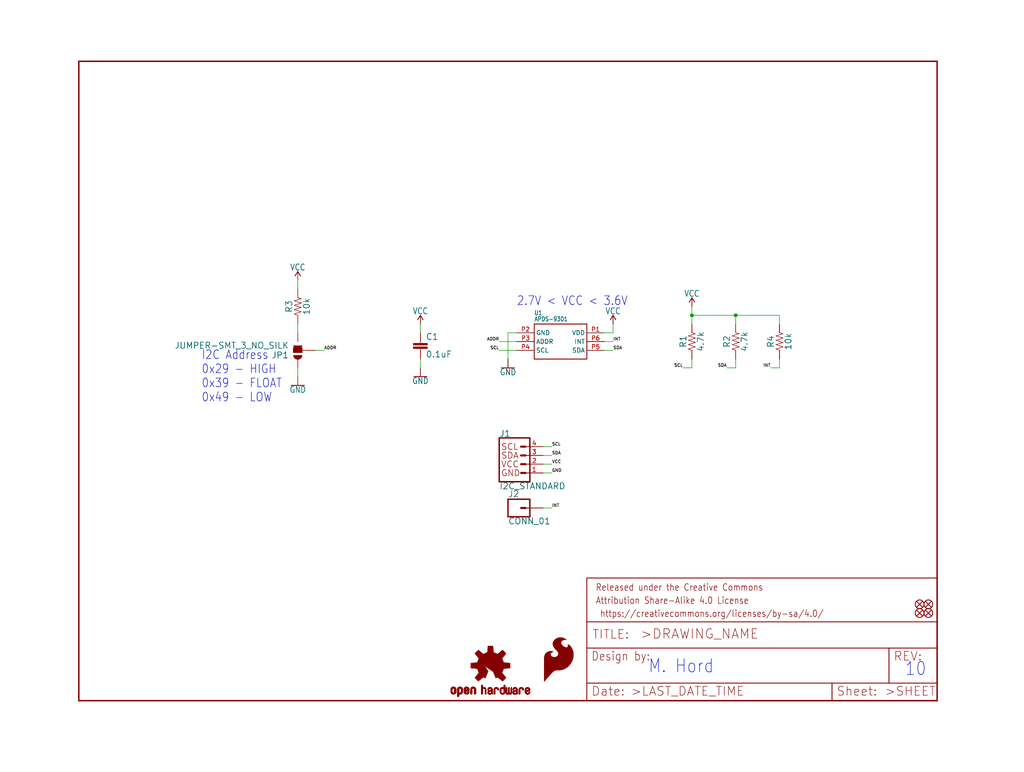
<source format=kicad_sch>
(kicad_sch (version 20211123) (generator eeschema)
  (paper "User" 297.002 223.926)
  (lib_symbols
    (symbol "eagleSchem-eagle-import:0.1UF-0603-25V-5%"
      (property "Reference" "C" (at 1.524 2.921 0))
      (property "Value" "0.1UF-0603-25V-5%" (at 1.524 -2.159 0))
      (symbol "0.1UF-0603-25V-5%_1_0"
        (pin passive line (at 0 5.08 270) (length 2.54) (name "1") (number "1"))
        (pin passive line (at 0 -2.54 90) (length 2.54) (name "2") (number "2"))
      )
    )
    (symbol "eagleSchem-eagle-import:10KOHM-0603-1{slash}10W-1%"
      (property "Reference" "R" (at 0 1.524 0))
      (property "Value" "10KOHM-0603-1{slash}10W-1%" (at 0 -1.524 0))
      (symbol "10KOHM-0603-1{slash}10W-1%_1_0"
        (pin passive line (at -5.08 0 0) (length 2.54) (name "1") (number "1"))
        (pin passive line (at 5.08 0 180) (length 2.54) (name "2") (number "2"))
      )
    )
    (symbol "eagleSchem-eagle-import:4.7KOHM-0603-1{slash}10W-1%"
      (property "Reference" "R" (at 0 1.524 0))
      (property "Value" "4.7KOHM-0603-1{slash}10W-1%" (at 0 -1.524 0))
      (symbol "4.7KOHM-0603-1{slash}10W-1%_1_0"
        (pin passive line (at -5.08 0 0) (length 2.54) (name "1") (number "1"))
        (pin passive line (at 5.08 0 180) (length 2.54) (name "2") (number "2"))
      )
    )
    (symbol "eagleSchem-eagle-import:APDS-9301"
      (property "Reference" "U" (at -7.62 7.62 0))
      (property "Value" "APDS-9301" (at -7.62 5.842 0))
      (symbol "APDS-9301_1_0"
        (pin bidirectional line (at 12.7 2.54 180) (length 5.08) (name "VDD") (number "P1"))
        (pin bidirectional line (at -12.7 2.54 0) (length 5.08) (name "GND") (number "P2"))
        (pin bidirectional line (at -12.7 0 0) (length 5.08) (name "ADDR") (number "P3"))
        (pin bidirectional line (at -12.7 -2.54 0) (length 5.08) (name "SCL") (number "P4"))
        (pin bidirectional line (at 12.7 -2.54 180) (length 5.08) (name "SDA") (number "P5"))
        (pin bidirectional line (at 12.7 0 180) (length 5.08) (name "INT") (number "P6"))
      )
    )
    (symbol "eagleSchem-eagle-import:CONN_01"
      (property "Reference" "J" (at -2.54 3.048 0))
      (property "Value" "CONN_01" (at -2.54 -4.826 0))
      (symbol "CONN_01_1_0"
        (pin passive line (at 7.62 0 180) (length 5.08) (name "1") (number "1"))
      )
    )
    (symbol "eagleSchem-eagle-import:FIDUCIALUFIDUCIAL")
    (symbol "eagleSchem-eagle-import:FRAME-LETTER"
      (symbol "FRAME-LETTER_2_0"
        (text " https://creativecommons.org/licenses/by-sa/4.0/" (at 2.54 24.13 0) (effects (font (size 1.9304 1.6408)) (justify left bottom)))
        (text ">DRAWING_NAME" (at 15.494 17.78 0) (effects (font (size 2.7432 2.7432)) (justify left bottom)))
        (text ">LAST_DATE_TIME" (at 12.7 1.27 0) (effects (font (size 2.54 2.54)) (justify left bottom)))
        (text ">SHEET" (at 86.36 1.27 0) (effects (font (size 2.54 2.54)) (justify left bottom)))
        (text "Attribution Share-Alike 4.0 License" (at 2.54 27.94 0) (effects (font (size 1.9304 1.6408)) (justify left bottom)))
        (text "Date:" (at 1.27 1.27 0) (effects (font (size 2.54 2.54)) (justify left bottom)))
        (text "Design by:" (at 1.27 11.43 0) (effects (font (size 2.54 2.159)) (justify left bottom)))
        (text "Released under the Creative Commons" (at 2.54 31.75 0) (effects (font (size 1.9304 1.6408)) (justify left bottom)))
        (text "REV:" (at 88.9 11.43 0) (effects (font (size 2.54 2.54)) (justify left bottom)))
        (text "Sheet:" (at 72.39 1.27 0) (effects (font (size 2.54 2.54)) (justify left bottom)))
        (text "TITLE:" (at 1.524 17.78 0) (effects (font (size 2.54 2.54)) (justify left bottom)))
      )
    )
    (symbol "eagleSchem-eagle-import:GND" (power)
      (property "Value" "GND" (at 0 -0.254 0))
      (symbol "GND_1_0"
        (pin power_in line (at 0 2.54 270) (length 2.54) (name "GND") (number "1"))
      )
    )
    (symbol "eagleSchem-eagle-import:I2C_STANDARD"
      (property "Reference" "J" (at -5.08 7.874 0))
      (property "Value" "I2C_STANDARD" (at -5.08 -5.334 0))
      (symbol "I2C_STANDARD_1_0"
        (text "GND" (at -4.572 -2.54 0) (effects (font (size 1.778 1.778)) (justify left)))
        (text "SCL" (at -4.572 5.08 0) (effects (font (size 1.778 1.778)) (justify left)))
        (text "SDA" (at -4.572 2.54 0) (effects (font (size 1.778 1.778)) (justify left)))
        (text "VCC" (at -4.572 0 0) (effects (font (size 1.778 1.778)) (justify left)))
        (pin power_in line (at 7.62 -2.54 180) (length 5.08) (name "1") (number "1"))
        (pin power_in line (at 7.62 0 180) (length 5.08) (name "2") (number "2"))
        (pin passive line (at 7.62 2.54 180) (length 5.08) (name "3") (number "3"))
        (pin passive line (at 7.62 5.08 180) (length 5.08) (name "4") (number "4"))
      )
    )
    (symbol "eagleSchem-eagle-import:JUMPER-SMT_3_NO_SILK"
      (property "Reference" "JP" (at 2.54 0.381 0))
      (property "Value" "JUMPER-SMT_3_NO_SILK" (at 2.54 -0.381 0))
      (symbol "JUMPER-SMT_3_NO_SILK_1_0"
        (pin passive line (at 0 5.08 270) (length 2.54) (name "1") (number "1"))
        (pin passive line (at -5.08 0 0) (length 2.54) (name "2") (number "2"))
        (pin passive line (at 0 -5.08 90) (length 2.54) (name "3") (number "3"))
      )
    )
    (symbol "eagleSchem-eagle-import:OSHW-LOGOS")
    (symbol "eagleSchem-eagle-import:SFE_LOGO_FLAME.1_INCH")
    (symbol "eagleSchem-eagle-import:VCC" (power)
      (property "Value" "VCC" (at 0 2.794 0))
      (symbol "VCC_1_0"
        (pin power_in line (at 0 0 90) (length 2.54) (name "VCC") (number "1"))
      )
    )
  )
  (junction (at 200.66 91.44))
  (junction (at 213.36 91.44))
  (wire (pts (xy 213.36 106.68) (xy 213.36 104.14)))
  (wire (pts (xy 226.06 106.68) (xy 226.06 104.14)))
  (wire (pts (xy 175.26 101.6) (xy 177.8 101.6)))
  (wire (pts (xy 213.36 91.44) (xy 226.06 91.44)))
  (wire (pts (xy 157.48 129.54) (xy 160.02 129.54)))
  (wire (pts (xy 200.66 104.14) (xy 200.66 106.68)))
  (wire (pts (xy 200.66 91.44) (xy 213.36 91.44)))
  (wire (pts (xy 91.44 101.6) (xy 93.98 101.6)))
  (wire (pts (xy 157.48 134.62) (xy 160.02 134.62)))
  (wire (pts (xy 177.8 96.52) (xy 177.8 93.98)))
  (wire (pts (xy 86.36 106.68) (xy 86.36 109.22)))
  (wire (pts (xy 86.36 81.28) (xy 86.36 83.82)))
  (wire (pts (xy 147.32 104.14) (xy 147.32 96.52)))
  (wire (pts (xy 226.06 106.68) (xy 223.52 106.68)))
  (wire (pts (xy 200.66 106.68) (xy 198.12 106.68)))
  (wire (pts (xy 147.32 96.52) (xy 149.86 96.52)))
  (wire (pts (xy 175.26 99.06) (xy 177.8 99.06)))
  (wire (pts (xy 86.36 93.98) (xy 86.36 96.52)))
  (wire (pts (xy 175.26 96.52) (xy 177.8 96.52)))
  (wire (pts (xy 213.36 91.44) (xy 213.36 93.98)))
  (wire (pts (xy 157.48 132.08) (xy 160.02 132.08)))
  (wire (pts (xy 157.48 137.16) (xy 160.02 137.16)))
  (wire (pts (xy 157.48 147.32) (xy 160.02 147.32)))
  (wire (pts (xy 200.66 91.44) (xy 200.66 93.98)))
  (wire (pts (xy 149.86 101.6) (xy 144.78 101.6)))
  (wire (pts (xy 121.92 106.68) (xy 121.92 104.14)))
  (wire (pts (xy 213.36 106.68) (xy 210.82 106.68)))
  (wire (pts (xy 149.86 99.06) (xy 144.78 99.06)))
  (wire (pts (xy 121.92 96.52) (xy 121.92 93.98)))
  (wire (pts (xy 226.06 91.44) (xy 226.06 93.98)))
  (wire (pts (xy 200.66 88.9) (xy 200.66 91.44)))
  (text "M. Hord" (at 187.96 195.58 180) (effects (font (size 3.81 3.2385)) (justify left bottom)))
  (text "10" (at 262.382 196.342 180) (effects (font (size 3.81 3.2385)) (justify left bottom)))
  (text "2.7V < VCC < 3.6V" (at 149.86 88.9 180) (effects (font (size 2.54 2.159)) (justify left bottom)))
  (text "I2C Address\n0x29 - HIGH\n0x39 - FLOAT\n0x49 - LOW" (at 58.42 116.84 180) (effects (font (size 2.54 2.159)) (justify left bottom)))
  (label "ADDR" (at 144.78 99.06 180) (effects (font (size 0.889 0.889))))
  (label "ADDR" (at 93.98 101.6 0) (effects (font (size 0.889 0.889))))
  (label "SDA" (at 177.8 101.6 0) (effects (font (size 0.889 0.889))))
  (label "INT" (at 223.52 106.68 180) (effects (font (size 0.889 0.889))))
  (label "SCL" (at 160.02 129.54 0) (effects (font (size 0.889 0.889))))
  (label "VCC" (at 160.02 134.62 0) (effects (font (size 0.889 0.889))))
  (label "SDA" (at 210.82 106.68 180) (effects (font (size 0.889 0.889))))
  (label "INT" (at 160.02 147.32 0) (effects (font (size 0.889 0.889))))
  (label "SDA" (at 160.02 132.08 0) (effects (font (size 0.889 0.889))))
  (label "SCL" (at 198.12 106.68 180) (effects (font (size 0.889 0.889))))
  (label "INT" (at 177.8 99.06 0) (effects (font (size 0.889 0.889))))
  (label "SCL" (at 144.78 101.6 180) (effects (font (size 0.889 0.889))))
  (label "GND" (at 160.02 137.16 0) (effects (font (size 0.889 0.889))))
  (symbol (lib_id "eagleSchem-eagle-import:FIDUCIALUFIDUCIAL") (at 266.7 177.8 0) (unit 1)
    (property "Reference" "FD4" (effects hide))
    (property "Value" "FIDUCIALUFIDUCIAL" (effects hide))
    (property "Footprint" "eagleSchem:FIDUCIAL-MICRO" (effects hide))
  )
  (symbol (lib_id "eagleSchem-eagle-import:I2C_STANDARD") (at 149.86 134.62 0) (unit 1)
    (property "Reference" "J1" (at 144.78 126.746 0) (effects (font (size 1.778 1.778)) (justify left bottom)))
    (property "Value" "I2C_STANDARD" (at 144.78 139.954 0) (effects (font (size 1.778 1.778)) (justify left top)))
    (property "Footprint" "eagleSchem:1X04" (effects hide))
  )
  (symbol (lib_id "eagleSchem-eagle-import:VCC") (at 177.8 93.98 0) (unit 1)
    (property "Reference" "#SUPPLY1" (effects hide))
    (property "Value" "VCC" (at 177.8 91.186 0) (effects (font (size 1.778 1.5113)) (justify bottom)))
    (property "Footprint" "eagleSchem:" (effects hide))
  )
  (symbol (lib_id "eagleSchem-eagle-import:FRAME-LETTER") (at 170.18 203.2 0) (unit 2)
    (property "Reference" "FRAME1" (effects hide))
    (property "Value" "FRAME-LETTER" (effects hide))
    (property "Footprint" "eagleSchem:CREATIVE_COMMONS" (effects hide))
  )
  (symbol (lib_id "eagleSchem-eagle-import:SFE_LOGO_FLAME.1_INCH") (at 157.48 198.12 0) (unit 1)
    (property "Reference" "LOGO1" (effects hide))
    (property "Value" "SFE_LOGO_FLAME.1_INCH" (effects hide))
    (property "Footprint" "eagleSchem:SFE_LOGO_FLAME_.1" (effects hide))
  )
  (symbol (lib_id "eagleSchem-eagle-import:GND") (at 121.92 109.22 0) (unit 1)
    (property "Reference" "#GND2" (effects hide))
    (property "Value" "GND" (at 121.92 109.474 0) (effects (font (size 1.778 1.5113)) (justify top)))
    (property "Footprint" "eagleSchem:" (effects hide))
  )
  (symbol (lib_id "eagleSchem-eagle-import:GND") (at 86.36 111.76 0) (unit 1)
    (property "Reference" "#GND3" (effects hide))
    (property "Value" "GND" (at 86.36 112.014 0) (effects (font (size 1.778 1.5113)) (justify top)))
    (property "Footprint" "eagleSchem:" (effects hide))
  )
  (symbol (lib_id "eagleSchem-eagle-import:FIDUCIALUFIDUCIAL") (at 269.24 175.26 0) (unit 1)
    (property "Reference" "FD2" (effects hide))
    (property "Value" "FIDUCIALUFIDUCIAL" (effects hide))
    (property "Footprint" "eagleSchem:FIDUCIAL-MICRO" (effects hide))
  )
  (symbol (lib_id "eagleSchem-eagle-import:FIDUCIALUFIDUCIAL") (at 269.24 177.8 0) (unit 1)
    (property "Reference" "FD1" (effects hide))
    (property "Value" "FIDUCIALUFIDUCIAL" (effects hide))
    (property "Footprint" "eagleSchem:FIDUCIAL-MICRO" (effects hide))
  )
  (symbol (lib_id "eagleSchem-eagle-import:VCC") (at 200.66 88.9 0) (unit 1)
    (property "Reference" "#SUPPLY4" (effects hide))
    (property "Value" "VCC" (at 200.66 86.106 0) (effects (font (size 1.778 1.5113)) (justify bottom)))
    (property "Footprint" "eagleSchem:" (effects hide))
  )
  (symbol (lib_id "eagleSchem-eagle-import:GND") (at 147.32 106.68 0) (unit 1)
    (property "Reference" "#GND1" (effects hide))
    (property "Value" "GND" (at 147.32 106.934 0) (effects (font (size 1.778 1.5113)) (justify top)))
    (property "Footprint" "eagleSchem:" (effects hide))
  )
  (symbol (lib_id "eagleSchem-eagle-import:VCC") (at 121.92 93.98 0) (unit 1)
    (property "Reference" "#SUPPLY2" (effects hide))
    (property "Value" "VCC" (at 121.92 91.186 0) (effects (font (size 1.778 1.5113)) (justify bottom)))
    (property "Footprint" "eagleSchem:" (effects hide))
  )
  (symbol (lib_id "eagleSchem-eagle-import:4.7KOHM-0603-1{slash}10W-1%") (at 200.66 99.06 90) (unit 1)
    (property "Reference" "R1" (at 199.136 99.06 0) (effects (font (size 1.778 1.778)) (justify bottom)))
    (property "Value" "4.7k" (at 202.184 99.06 0) (effects (font (size 1.778 1.778)) (justify top)))
    (property "Footprint" "eagleSchem:0603" (effects hide))
  )
  (symbol (lib_id "eagleSchem-eagle-import:10KOHM-0603-1{slash}10W-1%") (at 86.36 88.9 90) (unit 1)
    (property "Reference" "R3" (at 84.836 88.9 0) (effects (font (size 1.778 1.778)) (justify bottom)))
    (property "Value" "10k" (at 87.884 88.9 0) (effects (font (size 1.778 1.778)) (justify top)))
    (property "Footprint" "eagleSchem:0603" (effects hide))
  )
  (symbol (lib_id "eagleSchem-eagle-import:0.1UF-0603-25V-5%") (at 121.92 101.6 0) (unit 1)
    (property "Reference" "C1" (at 123.444 98.679 0) (effects (font (size 1.778 1.778)) (justify left bottom)))
    (property "Value" "0.1uF" (at 123.444 103.759 0) (effects (font (size 1.778 1.778)) (justify left bottom)))
    (property "Footprint" "eagleSchem:0603" (effects hide))
  )
  (symbol (lib_id "eagleSchem-eagle-import:FRAME-LETTER") (at 22.86 203.2 0) (unit 1)
    (property "Reference" "FRAME1" (effects hide))
    (property "Value" "FRAME-LETTER" (effects hide))
    (property "Footprint" "eagleSchem:CREATIVE_COMMONS" (effects hide))
  )
  (symbol (lib_id "eagleSchem-eagle-import:FIDUCIALUFIDUCIAL") (at 266.7 175.26 0) (unit 1)
    (property "Reference" "FD3" (effects hide))
    (property "Value" "FIDUCIALUFIDUCIAL" (effects hide))
    (property "Footprint" "eagleSchem:FIDUCIAL-MICRO" (effects hide))
  )
  (symbol (lib_id "eagleSchem-eagle-import:VCC") (at 86.36 81.28 0) (unit 1)
    (property "Reference" "#SUPPLY3" (effects hide))
    (property "Value" "VCC" (at 86.36 78.486 0) (effects (font (size 1.778 1.5113)) (justify bottom)))
    (property "Footprint" "eagleSchem:" (effects hide))
  )
  (symbol (lib_id "eagleSchem-eagle-import:10KOHM-0603-1{slash}10W-1%") (at 226.06 99.06 90) (unit 1)
    (property "Reference" "R4" (at 224.536 99.06 0) (effects (font (size 1.778 1.778)) (justify bottom)))
    (property "Value" "10k" (at 227.584 99.06 0) (effects (font (size 1.778 1.778)) (justify top)))
    (property "Footprint" "eagleSchem:0603" (effects hide))
  )
  (symbol (lib_id "eagleSchem-eagle-import:APDS-9301") (at 162.56 99.06 0) (unit 1)
    (property "Reference" "U1" (at 154.94 91.44 0) (effects (font (size 1.27 1.0795)) (justify left bottom)))
    (property "Value" "APDS-9301" (at 154.94 93.218 0) (effects (font (size 1.27 1.0795)) (justify left bottom)))
    (property "Footprint" "eagleSchem:CHIPLED-6" (effects hide))
  )
  (symbol (lib_id "eagleSchem-eagle-import:JUMPER-SMT_3_NO_SILK") (at 86.36 101.6 180) (unit 1)
    (property "Reference" "JP1" (at 83.82 101.981 0) (effects (font (size 1.778 1.778)) (justify left bottom)))
    (property "Value" "JUMPER-SMT_3_NO_SILK" (at 83.82 101.219 0) (effects (font (size 1.778 1.778)) (justify left top)))
    (property "Footprint" "eagleSchem:SMT-JUMPER_3_NO_SILK" (effects hide))
  )
  (symbol (lib_id "eagleSchem-eagle-import:CONN_01") (at 149.86 147.32 0) (unit 1)
    (property "Reference" "J2" (at 147.32 144.272 0) (effects (font (size 1.778 1.778)) (justify left bottom)))
    (property "Value" "CONN_01" (at 147.32 152.146 0) (effects (font (size 1.778 1.778)) (justify left bottom)))
    (property "Footprint" "eagleSchem:1X01" (effects hide))
  )
  (symbol (lib_id "eagleSchem-eagle-import:4.7KOHM-0603-1{slash}10W-1%") (at 213.36 99.06 90) (unit 1)
    (property "Reference" "R2" (at 211.836 99.06 0) (effects (font (size 1.778 1.778)) (justify bottom)))
    (property "Value" "4.7k" (at 214.884 99.06 0) (effects (font (size 1.778 1.778)) (justify top)))
    (property "Footprint" "eagleSchem:0603" (effects hide))
  )
  (symbol (lib_id "eagleSchem-eagle-import:OSHW-LOGOS") (at 142.24 193.04 0) (unit 1)
    (property "Reference" "LOGO2" (effects hide))
    (property "Value" "OSHW-LOGOS" (effects hide))
    (property "Footprint" "eagleSchem:OSHW-LOGO-S" (effects hide))
  )
)
</source>
